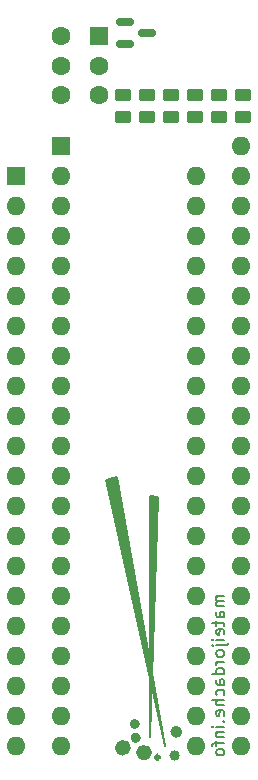
<source format=gbr>
%TF.GenerationSoftware,KiCad,Pcbnew,(6.0.5-0)*%
%TF.CreationDate,2022-06-06T13:25:30-07:00*%
%TF.ProjectId,tl866_27c322_adapter,746c3836-365f-4323-9763-3332325f6164,rev?*%
%TF.SameCoordinates,Original*%
%TF.FileFunction,Soldermask,Bot*%
%TF.FilePolarity,Negative*%
%FSLAX46Y46*%
G04 Gerber Fmt 4.6, Leading zero omitted, Abs format (unit mm)*
G04 Created by KiCad (PCBNEW (6.0.5-0)) date 2022-06-06 13:25:30*
%MOMM*%
%LPD*%
G01*
G04 APERTURE LIST*
G04 Aperture macros list*
%AMRoundRect*
0 Rectangle with rounded corners*
0 $1 Rounding radius*
0 $2 $3 $4 $5 $6 $7 $8 $9 X,Y pos of 4 corners*
0 Add a 4 corners polygon primitive as box body*
4,1,4,$2,$3,$4,$5,$6,$7,$8,$9,$2,$3,0*
0 Add four circle primitives for the rounded corners*
1,1,$1+$1,$2,$3*
1,1,$1+$1,$4,$5*
1,1,$1+$1,$6,$7*
1,1,$1+$1,$8,$9*
0 Add four rect primitives between the rounded corners*
20,1,$1+$1,$2,$3,$4,$5,0*
20,1,$1+$1,$4,$5,$6,$7,0*
20,1,$1+$1,$6,$7,$8,$9,0*
20,1,$1+$1,$8,$9,$2,$3,0*%
G04 Aperture macros list end*
%ADD10C,0.507546*%
%ADD11C,0.349743*%
%ADD12C,0.667969*%
%ADD13C,0.200000*%
%ADD14C,0.456000*%
%ADD15C,0.678751*%
%ADD16C,0.427868*%
%ADD17C,0.456846*%
%ADD18R,1.600000X1.600000*%
%ADD19C,1.600000*%
%ADD20O,1.600000X1.600000*%
%ADD21RoundRect,0.250000X0.450000X-0.262500X0.450000X0.262500X-0.450000X0.262500X-0.450000X-0.262500X0*%
%ADD22RoundRect,0.250000X-0.450000X0.262500X-0.450000X-0.262500X0.450000X-0.262500X0.450000X0.262500X0*%
%ADD23RoundRect,0.150000X-0.587500X-0.150000X0.587500X-0.150000X0.587500X0.150000X-0.587500X0.150000X0*%
G04 APERTURE END LIST*
D10*
X142425125Y-113741200D02*
G75*
G03*
X142425125Y-113741200I-253773J0D01*
G01*
D11*
X140763871Y-115900200D02*
G75*
G03*
X140763871Y-115900200I-174871J0D01*
G01*
D12*
X137984136Y-115087400D02*
G75*
G03*
X137984136Y-115087400I-333984J0D01*
G01*
D13*
G36*
X141210813Y-114944512D02*
G01*
X136207013Y-92414712D01*
X137146813Y-92135312D01*
X141210813Y-114944512D01*
G37*
X141210813Y-114944512D02*
X136207013Y-92414712D01*
X137146813Y-92135312D01*
X141210813Y-114944512D01*
D14*
X138962800Y-114249200D02*
G75*
G03*
X138962800Y-114249200I-228000J0D01*
G01*
D13*
G36*
X140638317Y-93885426D02*
G01*
X139957956Y-114141507D01*
X139952517Y-93783826D01*
X140638317Y-93885426D01*
G37*
X140638317Y-93885426D02*
X139957956Y-114141507D01*
X139952517Y-93783826D01*
X140638317Y-93885426D01*
D15*
X139785375Y-115493800D02*
G75*
G03*
X139785375Y-115493800I-339375J0D01*
G01*
D16*
X138872534Y-113080800D02*
G75*
G03*
X138872534Y-113080800I-213934J0D01*
G01*
D17*
X142265223Y-115747800D02*
G75*
G03*
X142265223Y-115747800I-228423J0D01*
G01*
D13*
X146222980Y-102272895D02*
X145556314Y-102272895D01*
X145651552Y-102272895D02*
X145603933Y-102320514D01*
X145556314Y-102415752D01*
X145556314Y-102558609D01*
X145603933Y-102653847D01*
X145699171Y-102701466D01*
X146222980Y-102701466D01*
X145699171Y-102701466D02*
X145603933Y-102749085D01*
X145556314Y-102844323D01*
X145556314Y-102987180D01*
X145603933Y-103082419D01*
X145699171Y-103130038D01*
X146222980Y-103130038D01*
X146222980Y-104034800D02*
X145699171Y-104034800D01*
X145603933Y-103987180D01*
X145556314Y-103891942D01*
X145556314Y-103701466D01*
X145603933Y-103606228D01*
X146175361Y-104034800D02*
X146222980Y-103939561D01*
X146222980Y-103701466D01*
X146175361Y-103606228D01*
X146080123Y-103558609D01*
X145984885Y-103558609D01*
X145889647Y-103606228D01*
X145842028Y-103701466D01*
X145842028Y-103939561D01*
X145794409Y-104034800D01*
X145556314Y-104368133D02*
X145556314Y-104749085D01*
X145222980Y-104510990D02*
X146080123Y-104510990D01*
X146175361Y-104558609D01*
X146222980Y-104653847D01*
X146222980Y-104749085D01*
X146175361Y-105463371D02*
X146222980Y-105368133D01*
X146222980Y-105177657D01*
X146175361Y-105082419D01*
X146080123Y-105034800D01*
X145699171Y-105034800D01*
X145603933Y-105082419D01*
X145556314Y-105177657D01*
X145556314Y-105368133D01*
X145603933Y-105463371D01*
X145699171Y-105510990D01*
X145794409Y-105510990D01*
X145889647Y-105034800D01*
X146222980Y-105939561D02*
X145556314Y-105939561D01*
X145222980Y-105939561D02*
X145270600Y-105891942D01*
X145318219Y-105939561D01*
X145270600Y-105987180D01*
X145222980Y-105939561D01*
X145318219Y-105939561D01*
X145556314Y-106415752D02*
X146413457Y-106415752D01*
X146508695Y-106368133D01*
X146556314Y-106272895D01*
X146556314Y-106225276D01*
X145222980Y-106415752D02*
X145270600Y-106368133D01*
X145318219Y-106415752D01*
X145270600Y-106463371D01*
X145222980Y-106415752D01*
X145318219Y-106415752D01*
X146222980Y-107034800D02*
X146175361Y-106939561D01*
X146127742Y-106891942D01*
X146032504Y-106844323D01*
X145746790Y-106844323D01*
X145651552Y-106891942D01*
X145603933Y-106939561D01*
X145556314Y-107034800D01*
X145556314Y-107177657D01*
X145603933Y-107272895D01*
X145651552Y-107320514D01*
X145746790Y-107368133D01*
X146032504Y-107368133D01*
X146127742Y-107320514D01*
X146175361Y-107272895D01*
X146222980Y-107177657D01*
X146222980Y-107034800D01*
X146222980Y-107796704D02*
X145556314Y-107796704D01*
X145746790Y-107796704D02*
X145651552Y-107844323D01*
X145603933Y-107891942D01*
X145556314Y-107987180D01*
X145556314Y-108082419D01*
X146222980Y-108844323D02*
X145222980Y-108844323D01*
X146175361Y-108844323D02*
X146222980Y-108749085D01*
X146222980Y-108558609D01*
X146175361Y-108463371D01*
X146127742Y-108415752D01*
X146032504Y-108368133D01*
X145746790Y-108368133D01*
X145651552Y-108415752D01*
X145603933Y-108463371D01*
X145556314Y-108558609D01*
X145556314Y-108749085D01*
X145603933Y-108844323D01*
X146222980Y-109749085D02*
X145699171Y-109749085D01*
X145603933Y-109701466D01*
X145556314Y-109606228D01*
X145556314Y-109415752D01*
X145603933Y-109320514D01*
X146175361Y-109749085D02*
X146222980Y-109653847D01*
X146222980Y-109415752D01*
X146175361Y-109320514D01*
X146080123Y-109272895D01*
X145984885Y-109272895D01*
X145889647Y-109320514D01*
X145842028Y-109415752D01*
X145842028Y-109653847D01*
X145794409Y-109749085D01*
X146175361Y-110653847D02*
X146222980Y-110558609D01*
X146222980Y-110368133D01*
X146175361Y-110272895D01*
X146127742Y-110225276D01*
X146032504Y-110177657D01*
X145746790Y-110177657D01*
X145651552Y-110225276D01*
X145603933Y-110272895D01*
X145556314Y-110368133D01*
X145556314Y-110558609D01*
X145603933Y-110653847D01*
X146222980Y-111082419D02*
X145222980Y-111082419D01*
X146222980Y-111510990D02*
X145699171Y-111510990D01*
X145603933Y-111463371D01*
X145556314Y-111368133D01*
X145556314Y-111225276D01*
X145603933Y-111130038D01*
X145651552Y-111082419D01*
X146175361Y-112368133D02*
X146222980Y-112272895D01*
X146222980Y-112082419D01*
X146175361Y-111987180D01*
X146080123Y-111939561D01*
X145699171Y-111939561D01*
X145603933Y-111987180D01*
X145556314Y-112082419D01*
X145556314Y-112272895D01*
X145603933Y-112368133D01*
X145699171Y-112415752D01*
X145794409Y-112415752D01*
X145889647Y-111939561D01*
X146127742Y-112844323D02*
X146175361Y-112891942D01*
X146222980Y-112844323D01*
X146175361Y-112796704D01*
X146127742Y-112844323D01*
X146222980Y-112844323D01*
X146222980Y-113320514D02*
X145556314Y-113320514D01*
X145222980Y-113320514D02*
X145270600Y-113272895D01*
X145318219Y-113320514D01*
X145270600Y-113368133D01*
X145222980Y-113320514D01*
X145318219Y-113320514D01*
X145556314Y-113796704D02*
X146222980Y-113796704D01*
X145651552Y-113796704D02*
X145603933Y-113844323D01*
X145556314Y-113939561D01*
X145556314Y-114082419D01*
X145603933Y-114177657D01*
X145699171Y-114225276D01*
X146222980Y-114225276D01*
X145556314Y-114558609D02*
X145556314Y-114939561D01*
X146222980Y-114701466D02*
X145365838Y-114701466D01*
X145270600Y-114749085D01*
X145222980Y-114844323D01*
X145222980Y-114939561D01*
X146222980Y-115415752D02*
X146175361Y-115320514D01*
X146127742Y-115272895D01*
X146032504Y-115225276D01*
X145746790Y-115225276D01*
X145651552Y-115272895D01*
X145603933Y-115320514D01*
X145556314Y-115415752D01*
X145556314Y-115558609D01*
X145603933Y-115653847D01*
X145651552Y-115701466D01*
X145746790Y-115749085D01*
X146032504Y-115749085D01*
X146127742Y-115701466D01*
X146175361Y-115653847D01*
X146222980Y-115558609D01*
X146222980Y-115415752D01*
D18*
%TO.C,SW2*%
X135610400Y-54869500D03*
D19*
X135610400Y-57369500D03*
X135610400Y-59869500D03*
X132410400Y-54869500D03*
X132410400Y-57369500D03*
X132410400Y-59869500D03*
%TD*%
D18*
%TO.C,J1*%
X132435600Y-64185800D03*
D20*
X132435600Y-66725800D03*
X132435600Y-69265800D03*
X132435600Y-71805800D03*
X132435600Y-74345800D03*
X132435600Y-76885800D03*
X132435600Y-79425800D03*
X132435600Y-81965800D03*
X132435600Y-84505800D03*
X132435600Y-87045800D03*
X132435600Y-89585800D03*
X132435600Y-92125800D03*
X132435600Y-94665800D03*
X132435600Y-97205800D03*
X132435600Y-99745800D03*
X132435600Y-102285800D03*
X132435600Y-104825800D03*
X132435600Y-107365800D03*
X132435600Y-109905800D03*
X132435600Y-112445800D03*
X132435600Y-114985800D03*
X147675600Y-114985800D03*
X147675600Y-112445800D03*
X147675600Y-109905800D03*
X147675600Y-107365800D03*
X147675600Y-104825800D03*
X147675600Y-102285800D03*
X147675600Y-99745800D03*
X147675600Y-97205800D03*
X147675600Y-94665800D03*
X147675600Y-92125800D03*
X147675600Y-89585800D03*
X147675600Y-87045800D03*
X147675600Y-84505800D03*
X147675600Y-81965800D03*
X147675600Y-79425800D03*
X147675600Y-76885800D03*
X147675600Y-74345800D03*
X147675600Y-71805800D03*
X147675600Y-69265800D03*
X147675600Y-66725800D03*
X147675600Y-64185800D03*
%TD*%
D18*
%TO.C,J2*%
X128569800Y-66705400D03*
D20*
X128569800Y-69245400D03*
X128569800Y-71785400D03*
X128569800Y-74325400D03*
X128569800Y-76865400D03*
X128569800Y-79405400D03*
X128569800Y-81945400D03*
X128569800Y-84485400D03*
X128569800Y-87025400D03*
X128569800Y-89565400D03*
X128569800Y-92105400D03*
X128569800Y-94645400D03*
X128569800Y-97185400D03*
X128569800Y-99725400D03*
X128569800Y-102265400D03*
X128569800Y-104805400D03*
X128569800Y-107345400D03*
X128569800Y-109885400D03*
X128569800Y-112425400D03*
X128569800Y-114965400D03*
X143809800Y-114965400D03*
X143809800Y-112425400D03*
X143809800Y-109885400D03*
X143809800Y-107345400D03*
X143809800Y-104805400D03*
X143809800Y-102265400D03*
X143809800Y-99725400D03*
X143809800Y-97185400D03*
X143809800Y-94645400D03*
X143809800Y-92105400D03*
X143809800Y-89565400D03*
X143809800Y-87025400D03*
X143809800Y-84485400D03*
X143809800Y-81945400D03*
X143809800Y-79405400D03*
X143809800Y-76865400D03*
X143809800Y-74325400D03*
X143809800Y-71785400D03*
X143809800Y-69245400D03*
X143809800Y-66705400D03*
%TD*%
D21*
%TO.C,R4*%
X145821400Y-61694700D03*
X145821400Y-59869700D03*
%TD*%
%TO.C,R5*%
X147853400Y-61694700D03*
X147853400Y-59869700D03*
%TD*%
D22*
%TO.C,R1*%
X139725400Y-59869700D03*
X139725400Y-61694700D03*
%TD*%
D21*
%TO.C,R2*%
X141757400Y-61694700D03*
X141757400Y-59869700D03*
%TD*%
%TO.C,R3*%
X143789400Y-61694700D03*
X143789400Y-59869700D03*
%TD*%
D23*
%TO.C,Q1*%
X137822700Y-55509200D03*
X137822700Y-53609200D03*
X139697700Y-54559200D03*
%TD*%
D22*
%TO.C,C1*%
X137668000Y-59869700D03*
X137668000Y-61694700D03*
%TD*%
M02*

</source>
